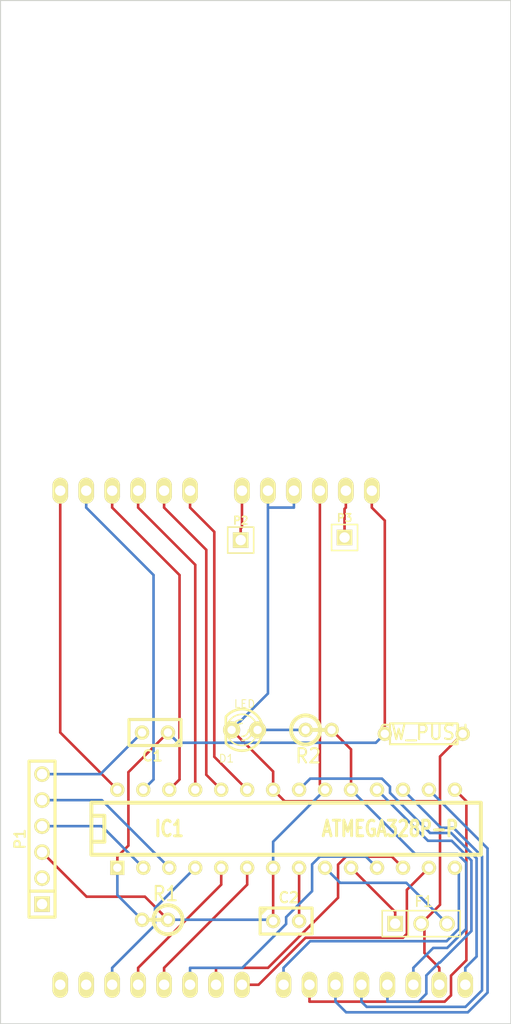
<source format=kicad_pcb>
(kicad_pcb (version 3) (host pcbnew "(2013-mar-13)-testing")

  (general
    (links 44)
    (no_connects 0)
    (area 128.346999 59.766999 178.358001 159.816001)
    (thickness 1.6)
    (drawings 5)
    (tracks 169)
    (zones 0)
    (modules 12)
    (nets 36)
  )

  (page A4)
  (layers
    (15 F.Cu signal)
    (0 B.Cu signal)
    (16 B.Adhes user)
    (17 F.Adhes user)
    (18 B.Paste user)
    (19 F.Paste user)
    (20 B.SilkS user)
    (21 F.SilkS user)
    (22 B.Mask user)
    (23 F.Mask user)
    (24 Dwgs.User user)
    (25 Cmts.User user)
    (26 Eco1.User user)
    (27 Eco2.User user)
    (28 Edge.Cuts user)
  )

  (setup
    (last_trace_width 0.254)
    (trace_clearance 0.254)
    (zone_clearance 0.508)
    (zone_45_only no)
    (trace_min 0.254)
    (segment_width 0.2)
    (edge_width 0.1)
    (via_size 0.889)
    (via_drill 0.635)
    (via_min_size 0.889)
    (via_min_drill 0.508)
    (uvia_size 0.508)
    (uvia_drill 0.127)
    (uvias_allowed no)
    (uvia_min_size 0.508)
    (uvia_min_drill 0.127)
    (pcb_text_width 0.3)
    (pcb_text_size 1.5 1.5)
    (mod_edge_width 0.15)
    (mod_text_size 1 1)
    (mod_text_width 0.15)
    (pad_size 1.5 1.5)
    (pad_drill 0.6)
    (pad_to_mask_clearance 0)
    (aux_axis_origin 0 0)
    (visible_elements 7FFFFFFF)
    (pcbplotparams
      (layerselection 3178497)
      (usegerberextensions true)
      (excludeedgelayer true)
      (linewidth 0.150000)
      (plotframeref false)
      (viasonmask false)
      (mode 1)
      (useauxorigin false)
      (hpglpennumber 1)
      (hpglpenspeed 20)
      (hpglpendiameter 15)
      (hpglpenoverlay 2)
      (psnegative false)
      (psa4output false)
      (plotreference true)
      (plotvalue true)
      (plotothertext true)
      (plotinvisibletext false)
      (padsonsilk false)
      (subtractmaskfromsilk false)
      (outputformat 1)
      (mirror false)
      (drillshape 0)
      (scaleselection 1)
      (outputdirectory ""))
  )

  (net 0 "")
  (net 1 A0)
  (net 2 A1)
  (net 3 A2)
  (net 4 A3)
  (net 5 A4)
  (net 6 A5)
  (net 7 AREF)
  (net 8 D0)
  (net 9 D1)
  (net 10 D10)
  (net 11 D11)
  (net 12 D12)
  (net 13 D13)
  (net 14 D2)
  (net 15 D3)
  (net 16 D4)
  (net 17 D5)
  (net 18 D6)
  (net 19 D7)
  (net 20 D8)
  (net 21 D9)
  (net 22 GND)
  (net 23 N-0000020)
  (net 24 N-0000026)
  (net 25 N-0000027)
  (net 26 N-0000028)
  (net 27 N-0000029)
  (net 28 N-0000030)
  (net 29 N-0000031)
  (net 30 N-0000032)
  (net 31 N-0000035)
  (net 32 RESET)
  (net 33 RXD)
  (net 34 TXD)
  (net 35 VCC)

  (net_class Default "This is the default net class."
    (clearance 0.254)
    (trace_width 0.254)
    (via_dia 0.889)
    (via_drill 0.635)
    (uvia_dia 0.508)
    (uvia_drill 0.127)
    (add_net "")
    (add_net A0)
    (add_net A1)
    (add_net A2)
    (add_net A3)
    (add_net A4)
    (add_net A5)
    (add_net AREF)
    (add_net D0)
    (add_net D1)
    (add_net D10)
    (add_net D11)
    (add_net D12)
    (add_net D13)
    (add_net D2)
    (add_net D3)
    (add_net D4)
    (add_net D5)
    (add_net D6)
    (add_net D7)
    (add_net D8)
    (add_net D9)
    (add_net GND)
    (add_net N-0000020)
    (add_net N-0000026)
    (add_net N-0000027)
    (add_net N-0000028)
    (add_net N-0000029)
    (add_net N-0000030)
    (add_net N-0000031)
    (add_net N-0000032)
    (add_net N-0000035)
    (add_net RESET)
    (add_net RXD)
    (add_net TXD)
    (add_net VCC)
  )

  (module C1 (layer F.Cu) (tedit 3F92C496) (tstamp 52327247)
    (at 143.51 131.318 180)
    (descr "Condensateur e = 1 pas")
    (tags C)
    (path /52326A71)
    (fp_text reference C1 (at 0.254 -2.286 180) (layer F.SilkS)
      (effects (font (size 1.016 1.016) (thickness 0.2032)))
    )
    (fp_text value 0.1uF (at 0 -2.286 180) (layer F.SilkS) hide
      (effects (font (size 1.016 1.016) (thickness 0.2032)))
    )
    (fp_line (start -2.4892 -1.27) (end 2.54 -1.27) (layer F.SilkS) (width 0.3048))
    (fp_line (start 2.54 -1.27) (end 2.54 1.27) (layer F.SilkS) (width 0.3048))
    (fp_line (start 2.54 1.27) (end -2.54 1.27) (layer F.SilkS) (width 0.3048))
    (fp_line (start -2.54 1.27) (end -2.54 -1.27) (layer F.SilkS) (width 0.3048))
    (fp_line (start -2.54 -0.635) (end -1.905 -1.27) (layer F.SilkS) (width 0.3048))
    (pad 1 thru_hole circle (at -1.27 0 180) (size 1.397 1.397) (drill 0.8128)
      (layers *.Cu *.Mask F.SilkS)
      (net 32 RESET)
    )
    (pad 2 thru_hole circle (at 1.27 0 180) (size 1.397 1.397) (drill 0.8128)
      (layers *.Cu *.Mask F.SilkS)
      (net 31 N-0000035)
    )
    (model discret/capa_1_pas.wrl
      (at (xyz 0 0 0))
      (scale (xyz 1 1 1))
      (rotate (xyz 0 0 0))
    )
  )

  (module C1 (layer F.Cu) (tedit 3F92C496) (tstamp 52327252)
    (at 156.337 149.733)
    (descr "Condensateur e = 1 pas")
    (tags C)
    (path /5232698A)
    (fp_text reference C2 (at 0.254 -2.286) (layer F.SilkS)
      (effects (font (size 1.016 1.016) (thickness 0.2032)))
    )
    (fp_text value 0.1uF (at 0 -2.286) (layer F.SilkS) hide
      (effects (font (size 1.016 1.016) (thickness 0.2032)))
    )
    (fp_line (start -2.4892 -1.27) (end 2.54 -1.27) (layer F.SilkS) (width 0.3048))
    (fp_line (start 2.54 -1.27) (end 2.54 1.27) (layer F.SilkS) (width 0.3048))
    (fp_line (start 2.54 1.27) (end -2.54 1.27) (layer F.SilkS) (width 0.3048))
    (fp_line (start -2.54 1.27) (end -2.54 -1.27) (layer F.SilkS) (width 0.3048))
    (fp_line (start -2.54 -0.635) (end -1.905 -1.27) (layer F.SilkS) (width 0.3048))
    (pad 1 thru_hole circle (at -1.27 0) (size 1.397 1.397) (drill 0.8128)
      (layers *.Cu *.Mask F.SilkS)
      (net 35 VCC)
    )
    (pad 2 thru_hole circle (at 1.27 0) (size 1.397 1.397) (drill 0.8128)
      (layers *.Cu *.Mask F.SilkS)
      (net 30 N-0000032)
    )
    (model discret/capa_1_pas.wrl
      (at (xyz 0 0 0))
      (scale (xyz 1 1 1))
      (rotate (xyz 0 0 0))
    )
  )

  (module LED-3MM (layer F.Cu) (tedit 50ADE848) (tstamp 5232726B)
    (at 152.273 131.064 180)
    (descr "LED 3mm - Lead pitch 100mil (2,54mm)")
    (tags "LED led 3mm 3MM 100mil 2,54mm")
    (path /52326748)
    (fp_text reference D1 (at 1.778 -2.794 180) (layer F.SilkS)
      (effects (font (size 0.762 0.762) (thickness 0.0889)))
    )
    (fp_text value LED (at 0 2.54 180) (layer F.SilkS)
      (effects (font (size 0.762 0.762) (thickness 0.0889)))
    )
    (fp_line (start 1.8288 1.27) (end 1.8288 -1.27) (layer F.SilkS) (width 0.254))
    (fp_arc (start 0.254 0) (end -1.27 0) (angle 39.8) (layer F.SilkS) (width 0.1524))
    (fp_arc (start 0.254 0) (end -0.88392 1.01092) (angle 41.6) (layer F.SilkS) (width 0.1524))
    (fp_arc (start 0.254 0) (end 1.4097 -0.9906) (angle 40.6) (layer F.SilkS) (width 0.1524))
    (fp_arc (start 0.254 0) (end 1.778 0) (angle 39.8) (layer F.SilkS) (width 0.1524))
    (fp_arc (start 0.254 0) (end 0.254 -1.524) (angle 54.4) (layer F.SilkS) (width 0.1524))
    (fp_arc (start 0.254 0) (end -0.9652 -0.9144) (angle 53.1) (layer F.SilkS) (width 0.1524))
    (fp_arc (start 0.254 0) (end 1.45542 0.93472) (angle 52.1) (layer F.SilkS) (width 0.1524))
    (fp_arc (start 0.254 0) (end 0.254 1.524) (angle 52.1) (layer F.SilkS) (width 0.1524))
    (fp_arc (start 0.254 0) (end -0.381 0) (angle 90) (layer F.SilkS) (width 0.1524))
    (fp_arc (start 0.254 0) (end -0.762 0) (angle 90) (layer F.SilkS) (width 0.1524))
    (fp_arc (start 0.254 0) (end 0.889 0) (angle 90) (layer F.SilkS) (width 0.1524))
    (fp_arc (start 0.254 0) (end 1.27 0) (angle 90) (layer F.SilkS) (width 0.1524))
    (fp_arc (start 0.254 0) (end 0.254 -2.032) (angle 50.1) (layer F.SilkS) (width 0.254))
    (fp_arc (start 0.254 0) (end -1.5367 -0.95504) (angle 61.9) (layer F.SilkS) (width 0.254))
    (fp_arc (start 0.254 0) (end 1.8034 1.31064) (angle 49.7) (layer F.SilkS) (width 0.254))
    (fp_arc (start 0.254 0) (end 0.254 2.032) (angle 60.2) (layer F.SilkS) (width 0.254))
    (fp_arc (start 0.254 0) (end -1.778 0) (angle 28.3) (layer F.SilkS) (width 0.254))
    (fp_arc (start 0.254 0) (end -1.47574 1.06426) (angle 31.6) (layer F.SilkS) (width 0.254))
    (pad 1 thru_hole circle (at -1.27 0 180) (size 1.6764 1.6764) (drill 0.8128)
      (layers *.Cu *.Mask F.SilkS)
      (net 29 N-0000031)
    )
    (pad 2 thru_hole circle (at 1.27 0 180) (size 1.6764 1.6764) (drill 0.8128)
      (layers *.Cu *.Mask F.SilkS)
      (net 22 GND)
    )
    (model discret/leds/led3_vertical_verde.wrl
      (at (xyz 0 0 0))
      (scale (xyz 1 1 1))
      (rotate (xyz 0 0 0))
    )
  )

  (module DIP-28__300 (layer F.Cu) (tedit 200000) (tstamp 5232729D)
    (at 156.337 140.716)
    (descr "28 pins DIL package, round pads, width 300mil")
    (tags DIL)
    (path /52326690)
    (fp_text reference IC1 (at -11.43 0) (layer F.SilkS)
      (effects (font (size 1.524 1.143) (thickness 0.3048)))
    )
    (fp_text value ATMEGA328P-P (at 10.16 0) (layer F.SilkS)
      (effects (font (size 1.524 1.143) (thickness 0.3048)))
    )
    (fp_line (start -19.05 -2.54) (end 19.05 -2.54) (layer F.SilkS) (width 0.381))
    (fp_line (start 19.05 -2.54) (end 19.05 2.54) (layer F.SilkS) (width 0.381))
    (fp_line (start 19.05 2.54) (end -19.05 2.54) (layer F.SilkS) (width 0.381))
    (fp_line (start -19.05 2.54) (end -19.05 -2.54) (layer F.SilkS) (width 0.381))
    (fp_line (start -19.05 -1.27) (end -17.78 -1.27) (layer F.SilkS) (width 0.381))
    (fp_line (start -17.78 -1.27) (end -17.78 1.27) (layer F.SilkS) (width 0.381))
    (fp_line (start -17.78 1.27) (end -19.05 1.27) (layer F.SilkS) (width 0.381))
    (pad 2 thru_hole circle (at -13.97 3.81) (size 1.397 1.397) (drill 0.8128)
      (layers *.Cu *.Mask F.SilkS)
      (net 33 RXD)
    )
    (pad 3 thru_hole circle (at -11.43 3.81) (size 1.397 1.397) (drill 0.8128)
      (layers *.Cu *.Mask F.SilkS)
      (net 34 TXD)
    )
    (pad 4 thru_hole circle (at -8.89 3.81) (size 1.397 1.397) (drill 0.8128)
      (layers *.Cu *.Mask F.SilkS)
      (net 14 D2)
    )
    (pad 5 thru_hole circle (at -6.35 3.81) (size 1.397 1.397) (drill 0.8128)
      (layers *.Cu *.Mask F.SilkS)
      (net 15 D3)
    )
    (pad 6 thru_hole circle (at -3.81 3.81) (size 1.397 1.397) (drill 0.8128)
      (layers *.Cu *.Mask F.SilkS)
      (net 16 D4)
    )
    (pad 7 thru_hole circle (at -1.27 3.81) (size 1.397 1.397) (drill 0.8128)
      (layers *.Cu *.Mask F.SilkS)
      (net 35 VCC)
    )
    (pad 8 thru_hole circle (at 1.27 3.81) (size 1.397 1.397) (drill 0.8128)
      (layers *.Cu *.Mask F.SilkS)
      (net 30 N-0000032)
    )
    (pad 9 thru_hole circle (at 3.81 3.81) (size 1.397 1.397) (drill 0.8128)
      (layers *.Cu *.Mask F.SilkS)
      (net 28 N-0000030)
    )
    (pad 10 thru_hole circle (at 6.35 3.81) (size 1.397 1.397) (drill 0.8128)
      (layers *.Cu *.Mask F.SilkS)
      (net 25 N-0000027)
    )
    (pad 11 thru_hole circle (at 8.89 3.81) (size 1.397 1.397) (drill 0.8128)
      (layers *.Cu *.Mask F.SilkS)
      (net 17 D5)
    )
    (pad 12 thru_hole circle (at 11.43 3.81) (size 1.397 1.397) (drill 0.8128)
      (layers *.Cu *.Mask F.SilkS)
      (net 18 D6)
    )
    (pad 13 thru_hole circle (at 13.97 3.81) (size 1.397 1.397) (drill 0.8128)
      (layers *.Cu *.Mask F.SilkS)
      (net 19 D7)
    )
    (pad 14 thru_hole circle (at 16.51 3.81) (size 1.397 1.397) (drill 0.8128)
      (layers *.Cu *.Mask F.SilkS)
      (net 20 D8)
    )
    (pad 1 thru_hole rect (at -16.51 3.81) (size 1.397 1.397) (drill 0.8128)
      (layers *.Cu *.Mask F.SilkS)
      (net 32 RESET)
    )
    (pad 15 thru_hole circle (at 16.51 -3.81) (size 1.397 1.397) (drill 0.8128)
      (layers *.Cu *.Mask F.SilkS)
      (net 21 D9)
    )
    (pad 16 thru_hole circle (at 13.97 -3.81) (size 1.397 1.397) (drill 0.8128)
      (layers *.Cu *.Mask F.SilkS)
      (net 10 D10)
    )
    (pad 17 thru_hole circle (at 11.43 -3.81) (size 1.397 1.397) (drill 0.8128)
      (layers *.Cu *.Mask F.SilkS)
      (net 11 D11)
    )
    (pad 18 thru_hole circle (at 8.89 -3.81) (size 1.397 1.397) (drill 0.8128)
      (layers *.Cu *.Mask F.SilkS)
      (net 12 D12)
    )
    (pad 19 thru_hole circle (at 6.35 -3.81) (size 1.397 1.397) (drill 0.8128)
      (layers *.Cu *.Mask F.SilkS)
      (net 13 D13)
    )
    (pad 20 thru_hole circle (at 3.81 -3.81) (size 1.397 1.397) (drill 0.8128)
      (layers *.Cu *.Mask F.SilkS)
      (net 35 VCC)
    )
    (pad 21 thru_hole circle (at 1.27 -3.81) (size 1.397 1.397) (drill 0.8128)
      (layers *.Cu *.Mask F.SilkS)
      (net 7 AREF)
    )
    (pad 22 thru_hole circle (at -1.27 -3.81) (size 1.397 1.397) (drill 0.8128)
      (layers *.Cu *.Mask F.SilkS)
      (net 22 GND)
    )
    (pad 23 thru_hole circle (at -3.81 -3.81) (size 1.397 1.397) (drill 0.8128)
      (layers *.Cu *.Mask F.SilkS)
      (net 1 A0)
    )
    (pad 24 thru_hole circle (at -6.35 -3.81) (size 1.397 1.397) (drill 0.8128)
      (layers *.Cu *.Mask F.SilkS)
      (net 2 A1)
    )
    (pad 25 thru_hole circle (at -8.89 -3.81) (size 1.397 1.397) (drill 0.8128)
      (layers *.Cu *.Mask F.SilkS)
      (net 3 A2)
    )
    (pad 26 thru_hole circle (at -11.43 -3.81) (size 1.397 1.397) (drill 0.8128)
      (layers *.Cu *.Mask F.SilkS)
      (net 4 A3)
    )
    (pad 27 thru_hole circle (at -13.97 -3.81) (size 1.397 1.397) (drill 0.8128)
      (layers *.Cu *.Mask F.SilkS)
      (net 5 A4)
    )
    (pad 28 thru_hole circle (at -16.51 -3.81) (size 1.397 1.397) (drill 0.8128)
      (layers *.Cu *.Mask F.SilkS)
      (net 6 A5)
    )
    (model dil/dil_28-w300.wrl
      (at (xyz 0 0 0))
      (scale (xyz 1 1 1))
      (rotate (xyz 0 0 0))
    )
  )

  (module PIN_ARRAY-6X1 (layer F.Cu) (tedit 41402119) (tstamp 523272AC)
    (at 132.461 141.732 90)
    (descr "Connecteur 6 pins")
    (tags "CONN DEV")
    (path /523267D8)
    (fp_text reference P1 (at 0 -2.159 90) (layer F.SilkS)
      (effects (font (size 1.016 1.016) (thickness 0.2032)))
    )
    (fp_text value CONN_6 (at 0 2.159 90) (layer F.SilkS) hide
      (effects (font (size 1.016 0.889) (thickness 0.2032)))
    )
    (fp_line (start -7.62 1.27) (end -7.62 -1.27) (layer F.SilkS) (width 0.3048))
    (fp_line (start -7.62 -1.27) (end 7.62 -1.27) (layer F.SilkS) (width 0.3048))
    (fp_line (start 7.62 -1.27) (end 7.62 1.27) (layer F.SilkS) (width 0.3048))
    (fp_line (start 7.62 1.27) (end -7.62 1.27) (layer F.SilkS) (width 0.3048))
    (fp_line (start -5.08 1.27) (end -5.08 -1.27) (layer F.SilkS) (width 0.3048))
    (pad 1 thru_hole rect (at -6.35 0 90) (size 1.524 1.524) (drill 1.016)
      (layers *.Cu *.Mask F.SilkS)
      (net 26 N-0000028)
    )
    (pad 2 thru_hole circle (at -3.81 0 90) (size 1.524 1.524) (drill 1.016)
      (layers *.Cu *.Mask F.SilkS)
      (net 27 N-0000029)
    )
    (pad 3 thru_hole circle (at -1.27 0 90) (size 1.524 1.524) (drill 1.016)
      (layers *.Cu *.Mask F.SilkS)
      (net 35 VCC)
    )
    (pad 4 thru_hole circle (at 1.27 0 90) (size 1.524 1.524) (drill 1.016)
      (layers *.Cu *.Mask F.SilkS)
      (net 33 RXD)
    )
    (pad 5 thru_hole circle (at 3.81 0 90) (size 1.524 1.524) (drill 1.016)
      (layers *.Cu *.Mask F.SilkS)
      (net 34 TXD)
    )
    (pad 6 thru_hole circle (at 6.35 0 90) (size 1.524 1.524) (drill 1.016)
      (layers *.Cu *.Mask F.SilkS)
      (net 31 N-0000035)
    )
    (model pin_array/pins_array_6x1.wrl
      (at (xyz 0 0 0))
      (scale (xyz 1 1 1))
      (rotate (xyz 0 0 0))
    )
  )

  (module R1 (layer F.Cu) (tedit 200000) (tstamp 523272B4)
    (at 143.51 149.606 180)
    (descr "Resistance verticale")
    (tags R)
    (path /52326A1B)
    (autoplace_cost90 10)
    (autoplace_cost180 10)
    (fp_text reference R1 (at -1.016 2.54 180) (layer F.SilkS)
      (effects (font (size 1.397 1.27) (thickness 0.2032)))
    )
    (fp_text value 10K (at -1.143 2.54 180) (layer F.SilkS) hide
      (effects (font (size 1.397 1.27) (thickness 0.2032)))
    )
    (fp_line (start -1.27 0) (end 1.27 0) (layer F.SilkS) (width 0.381))
    (fp_circle (center -1.27 0) (end -0.635 1.27) (layer F.SilkS) (width 0.381))
    (pad 1 thru_hole circle (at -1.27 0 180) (size 1.397 1.397) (drill 0.8128)
      (layers *.Cu *.Mask F.SilkS)
      (net 35 VCC)
    )
    (pad 2 thru_hole circle (at 1.27 0 180) (size 1.397 1.397) (drill 0.8128)
      (layers *.Cu *.Mask F.SilkS)
      (net 32 RESET)
    )
    (model discret/verti_resistor.wrl
      (at (xyz 0 0 0))
      (scale (xyz 1 1 1))
      (rotate (xyz 0 0 0))
    )
  )

  (module R1 (layer F.Cu) (tedit 200000) (tstamp 52327347)
    (at 159.512 131.064)
    (descr "Resistance verticale")
    (tags R)
    (path /523268BF)
    (autoplace_cost90 10)
    (autoplace_cost180 10)
    (fp_text reference R2 (at -1.016 2.54) (layer F.SilkS)
      (effects (font (size 1.397 1.27) (thickness 0.2032)))
    )
    (fp_text value 470R (at -1.143 2.54) (layer F.SilkS) hide
      (effects (font (size 1.397 1.27) (thickness 0.2032)))
    )
    (fp_line (start -1.27 0) (end 1.27 0) (layer F.SilkS) (width 0.381))
    (fp_circle (center -1.27 0) (end -0.635 1.27) (layer F.SilkS) (width 0.381))
    (pad 1 thru_hole circle (at -1.27 0) (size 1.397 1.397) (drill 0.8128)
      (layers *.Cu *.Mask F.SilkS)
      (net 29 N-0000031)
    )
    (pad 2 thru_hole circle (at 1.27 0) (size 1.397 1.397) (drill 0.8128)
      (layers *.Cu *.Mask F.SilkS)
      (net 13 D13)
    )
    (model discret/verti_resistor.wrl
      (at (xyz 0 0 0))
      (scale (xyz 1 1 1))
      (rotate (xyz 0 0 0))
    )
  )

  (module PIN_ARRAY_3X1 (layer F.Cu) (tedit 4C1130E0) (tstamp 523273D7)
    (at 169.545 149.987)
    (descr "Connecteur 3 pins")
    (tags "CONN DEV")
    (path /5232681E)
    (fp_text reference F1 (at 0.254 -2.159) (layer F.SilkS)
      (effects (font (size 1.016 1.016) (thickness 0.1524)))
    )
    (fp_text value CERAMIC_FILTER (at 0 -2.159) (layer F.SilkS) hide
      (effects (font (size 1.016 1.016) (thickness 0.1524)))
    )
    (fp_line (start -3.81 1.27) (end -3.81 -1.27) (layer F.SilkS) (width 0.1524))
    (fp_line (start -3.81 -1.27) (end 3.81 -1.27) (layer F.SilkS) (width 0.1524))
    (fp_line (start 3.81 -1.27) (end 3.81 1.27) (layer F.SilkS) (width 0.1524))
    (fp_line (start 3.81 1.27) (end -3.81 1.27) (layer F.SilkS) (width 0.1524))
    (fp_line (start -1.27 -1.27) (end -1.27 1.27) (layer F.SilkS) (width 0.1524))
    (pad 1 thru_hole rect (at -2.54 0) (size 1.524 1.524) (drill 1.016)
      (layers *.Cu *.Mask F.SilkS)
      (net 25 N-0000027)
    )
    (pad 2 thru_hole circle (at 0 0) (size 1.524 1.524) (drill 1.016)
      (layers *.Cu *.Mask F.SilkS)
      (net 22 GND)
    )
    (pad 3 thru_hole circle (at 2.54 0) (size 1.524 1.524) (drill 1.016)
      (layers *.Cu *.Mask F.SilkS)
      (net 28 N-0000030)
    )
    (model pin_array/pins_array_3x1.wrl
      (at (xyz 0 0 0))
      (scale (xyz 1 1 1))
      (rotate (xyz 0 0 0))
    )
  )

  (module R3 (layer F.Cu) (tedit 4E4C0E65) (tstamp 523273E2)
    (at 169.799 131.445 180)
    (descr "Resitance 3 pas")
    (tags R)
    (path /5232676D)
    (autoplace_cost180 10)
    (fp_text reference SW1 (at 0 0.127 180) (layer F.SilkS) hide
      (effects (font (size 1.397 1.27) (thickness 0.2032)))
    )
    (fp_text value SW_PUSH (at 0 0.127 180) (layer F.SilkS)
      (effects (font (size 1.397 1.27) (thickness 0.2032)))
    )
    (fp_line (start -3.81 0) (end -3.302 0) (layer F.SilkS) (width 0.2032))
    (fp_line (start 3.81 0) (end 3.302 0) (layer F.SilkS) (width 0.2032))
    (fp_line (start 3.302 0) (end 3.302 -1.016) (layer F.SilkS) (width 0.2032))
    (fp_line (start 3.302 -1.016) (end -3.302 -1.016) (layer F.SilkS) (width 0.2032))
    (fp_line (start -3.302 -1.016) (end -3.302 1.016) (layer F.SilkS) (width 0.2032))
    (fp_line (start -3.302 1.016) (end 3.302 1.016) (layer F.SilkS) (width 0.2032))
    (fp_line (start 3.302 1.016) (end 3.302 0) (layer F.SilkS) (width 0.2032))
    (fp_line (start -3.302 -0.508) (end -2.794 -1.016) (layer F.SilkS) (width 0.2032))
    (pad 1 thru_hole circle (at -3.81 0 180) (size 1.397 1.397) (drill 0.8128)
      (layers *.Cu *.Mask F.SilkS)
      (net 22 GND)
    )
    (pad 2 thru_hole circle (at 3.81 0 180) (size 1.397 1.397) (drill 0.8128)
      (layers *.Cu *.Mask F.SilkS)
      (net 32 RESET)
    )
    (model discret/resistor.wrl
      (at (xyz 0 0 0))
      (scale (xyz 0.3 0.3 0.3))
      (rotate (xyz 0 0 0))
    )
  )

  (module PIN_ARRAY_1 (layer F.Cu) (tedit 4E4E744E) (tstamp 52327EC1)
    (at 151.892 112.522)
    (descr "1 pin")
    (tags "CONN DEV")
    (path /523289B5)
    (fp_text reference P2 (at 0 -1.905) (layer F.SilkS)
      (effects (font (size 0.762 0.762) (thickness 0.1524)))
    )
    (fp_text value VIN (at 0 -1.905) (layer F.SilkS) hide
      (effects (font (size 0.762 0.762) (thickness 0.1524)))
    )
    (fp_line (start 1.27 1.27) (end -1.27 1.27) (layer F.SilkS) (width 0.1524))
    (fp_line (start -1.27 -1.27) (end 1.27 -1.27) (layer F.SilkS) (width 0.1524))
    (fp_line (start -1.27 1.27) (end -1.27 -1.27) (layer F.SilkS) (width 0.1524))
    (fp_line (start 1.27 -1.27) (end 1.27 1.27) (layer F.SilkS) (width 0.1524))
    (pad 1 thru_hole rect (at 0 0) (size 1.524 1.524) (drill 1.016)
      (layers *.Cu *.Mask F.SilkS)
      (net 23 N-0000020)
    )
    (model pin_array\pin_1.wrl
      (at (xyz 0 0 0))
      (scale (xyz 1 1 1))
      (rotate (xyz 0 0 0))
    )
  )

  (module PIN_ARRAY_1 (layer F.Cu) (tedit 4E4E744E) (tstamp 52327ECA)
    (at 162.052 112.268)
    (descr "1 pin")
    (tags "CONN DEV")
    (path /52328951)
    (fp_text reference P3 (at 0 -1.905) (layer F.SilkS)
      (effects (font (size 0.762 0.762) (thickness 0.1524)))
    )
    (fp_text value 3V3 (at 0 -1.905) (layer F.SilkS) hide
      (effects (font (size 0.762 0.762) (thickness 0.1524)))
    )
    (fp_line (start 1.27 1.27) (end -1.27 1.27) (layer F.SilkS) (width 0.1524))
    (fp_line (start -1.27 -1.27) (end 1.27 -1.27) (layer F.SilkS) (width 0.1524))
    (fp_line (start -1.27 1.27) (end -1.27 -1.27) (layer F.SilkS) (width 0.1524))
    (fp_line (start 1.27 -1.27) (end 1.27 1.27) (layer F.SilkS) (width 0.1524))
    (pad 1 thru_hole rect (at 0 0) (size 1.524 1.524) (drill 1.016)
      (layers *.Cu *.Mask F.SilkS)
      (net 24 N-0000026)
    )
    (model pin_array\pin_1.wrl
      (at (xyz 0 0 0))
      (scale (xyz 1 1 1))
      (rotate (xyz 0 0 0))
    )
  )

  (module ARDUINO_SHIELD_3 (layer F.Cu) (tedit 52328102) (tstamp 5232816C)
    (at 174.879 106.426 180)
    (path /52327808)
    (fp_text reference SHIELD1 (at 26.67 -45.72 180) (layer F.SilkS) hide
      (effects (font (thickness 0.3048)))
    )
    (fp_text value ARDUINO_SHIELD (at 10.16 -45.72 180) (layer F.SilkS) hide
      (effects (font (thickness 0.3048)))
    )
    (pad AD5 thru_hole oval (at 40.64 -1.27 270) (size 2.54 1.524) (drill 1.016)
      (layers *.Cu *.Mask F.SilkS)
      (net 6 A5)
    )
    (pad AD4 thru_hole oval (at 38.1 -1.27 270) (size 2.54 1.524) (drill 1.016)
      (layers *.Cu *.Mask F.SilkS)
      (net 5 A4)
    )
    (pad AD3 thru_hole oval (at 35.56 -1.27 270) (size 2.54 1.524) (drill 1.016)
      (layers *.Cu *.Mask F.SilkS)
      (net 4 A3)
    )
    (pad AD0 thru_hole oval (at 27.94 -1.27 270) (size 2.54 1.524) (drill 1.016)
      (layers *.Cu *.Mask F.SilkS)
      (net 1 A0)
    )
    (pad AD1 thru_hole oval (at 30.48 -1.27 270) (size 2.54 1.524) (drill 1.016)
      (layers *.Cu *.Mask F.SilkS)
      (net 2 A1)
    )
    (pad AD2 thru_hole oval (at 33.02 -1.27 270) (size 2.54 1.524) (drill 1.016)
      (layers *.Cu *.Mask F.SilkS)
      (net 3 A2)
    )
    (pad V_IN thru_hole oval (at 22.86 -1.27 270) (size 2.54 1.524) (drill 1.016)
      (layers *.Cu *.Mask F.SilkS)
      (net 23 N-0000020)
    )
    (pad GND2 thru_hole oval (at 20.32 -1.27 270) (size 2.54 1.524) (drill 1.016)
      (layers *.Cu *.Mask F.SilkS)
      (net 22 GND)
    )
    (pad GND1 thru_hole oval (at 17.78 -1.27 270) (size 2.54 1.524) (drill 1.016)
      (layers *.Cu *.Mask F.SilkS)
      (net 22 GND)
    )
    (pad 3V3 thru_hole oval (at 12.7 -1.27 270) (size 2.54 1.524) (drill 1.016)
      (layers *.Cu *.Mask F.SilkS)
      (net 24 N-0000026)
    )
    (pad RST thru_hole oval (at 10.16 -1.27 270) (size 2.54 1.524) (drill 1.016)
      (layers *.Cu *.Mask F.SilkS)
      (net 32 RESET)
    )
    (pad 0 thru_hole oval (at 40.64 -49.53 270) (size 2.54 1.524) (drill 1.016)
      (layers *.Cu *.Mask F.SilkS)
      (net 8 D0)
    )
    (pad 1 thru_hole oval (at 38.1 -49.53 270) (size 2.54 1.524) (drill 1.016)
      (layers *.Cu *.Mask F.SilkS)
      (net 9 D1)
    )
    (pad 2 thru_hole oval (at 35.56 -49.53 270) (size 2.54 1.524) (drill 1.016)
      (layers *.Cu *.Mask F.SilkS)
      (net 14 D2)
    )
    (pad 3 thru_hole oval (at 33.02 -49.53 270) (size 2.54 1.524) (drill 1.016)
      (layers *.Cu *.Mask F.SilkS)
      (net 15 D3)
    )
    (pad 4 thru_hole oval (at 30.48 -49.53 270) (size 2.54 1.524) (drill 1.016)
      (layers *.Cu *.Mask F.SilkS)
      (net 16 D4)
    )
    (pad 5 thru_hole oval (at 27.94 -49.53 270) (size 2.54 1.524) (drill 1.016)
      (layers *.Cu *.Mask F.SilkS)
      (net 17 D5)
    )
    (pad 6 thru_hole oval (at 25.4 -49.53 270) (size 2.54 1.524) (drill 1.016)
      (layers *.Cu *.Mask F.SilkS)
      (net 18 D6)
    )
    (pad 7 thru_hole oval (at 22.86 -49.53 270) (size 2.54 1.524) (drill 1.016)
      (layers *.Cu *.Mask F.SilkS)
      (net 19 D7)
    )
    (pad 8 thru_hole oval (at 18.796 -49.53 270) (size 2.54 1.524) (drill 1.016)
      (layers *.Cu *.Mask F.SilkS)
      (net 20 D8)
    )
    (pad 9 thru_hole oval (at 16.256 -49.53 270) (size 2.54 1.524) (drill 1.016)
      (layers *.Cu *.Mask F.SilkS)
      (net 21 D9)
    )
    (pad 10 thru_hole oval (at 13.716 -49.53 270) (size 2.54 1.524) (drill 1.016)
      (layers *.Cu *.Mask F.SilkS)
      (net 10 D10)
    )
    (pad 11 thru_hole oval (at 11.176 -49.53 270) (size 2.54 1.524) (drill 1.016)
      (layers *.Cu *.Mask F.SilkS)
      (net 11 D11)
    )
    (pad 12 thru_hole oval (at 8.636 -49.53 270) (size 2.54 1.524) (drill 1.016)
      (layers *.Cu *.Mask F.SilkS)
      (net 12 D12)
    )
    (pad 13 thru_hole oval (at 6.096 -49.53 270) (size 2.54 1.524) (drill 1.016)
      (layers *.Cu *.Mask F.SilkS)
      (net 13 D13)
    )
    (pad GND3 thru_hole oval (at 3.556 -49.53 270) (size 2.54 1.524) (drill 1.016)
      (layers *.Cu *.Mask F.SilkS)
      (net 22 GND)
    )
    (pad AREF thru_hole oval (at 1.016 -49.53 270) (size 2.54 1.524) (drill 1.016)
      (layers *.Cu *.Mask F.SilkS)
      (net 7 AREF)
    )
    (pad 5V thru_hole oval (at 15.24 -1.27 270) (size 2.54 1.524) (drill 1.016)
      (layers *.Cu *.Mask F.SilkS)
      (net 35 VCC)
    )
  )

  (gr_line (start 178.308 159.766) (end 128.397 159.766) (angle 90) (layer Edge.Cuts) (width 0.1))
  (gr_line (start 178.308 59.817) (end 178.308 159.766) (angle 90) (layer Edge.Cuts) (width 0.1))
  (gr_line (start 128.397 59.817) (end 178.308 59.817) (angle 90) (layer Edge.Cuts) (width 0.1))
  (gr_line (start 128.397 121.158) (end 128.397 159.766) (angle 90) (layer Edge.Cuts) (width 0.1))
  (gr_line (start 128.397 59.817) (end 128.397 121.158) (angle 90) (layer Edge.Cuts) (width 0.1))

  (segment (start 149.3109 133.6899) (end 152.527 136.906) (width 0.254) (layer F.Cu) (net 1))
  (segment (start 149.3109 111.7192) (end 149.3109 133.6899) (width 0.254) (layer F.Cu) (net 1))
  (segment (start 146.939 109.3473) (end 149.3109 111.7192) (width 0.254) (layer F.Cu) (net 1))
  (segment (start 146.939 107.696) (end 146.939 109.3473) (width 0.254) (layer F.Cu) (net 1))
  (segment (start 148.5269 135.4459) (end 149.987 136.906) (width 0.254) (layer F.Cu) (net 2))
  (segment (start 148.5269 113.4752) (end 148.5269 135.4459) (width 0.254) (layer F.Cu) (net 2))
  (segment (start 144.399 109.3473) (end 148.5269 113.4752) (width 0.254) (layer F.Cu) (net 2))
  (segment (start 144.399 107.696) (end 144.399 109.3473) (width 0.254) (layer F.Cu) (net 2))
  (segment (start 147.447 114.9353) (end 147.447 136.906) (width 0.254) (layer F.Cu) (net 3))
  (segment (start 141.859 109.3473) (end 147.447 114.9353) (width 0.254) (layer F.Cu) (net 3))
  (segment (start 141.859 107.696) (end 141.859 109.3473) (width 0.254) (layer F.Cu) (net 3))
  (segment (start 139.319 107.696) (end 139.319 109.3473) (width 0.254) (layer F.Cu) (net 4))
  (segment (start 145.9108 135.9022) (end 144.907 136.906) (width 0.254) (layer F.Cu) (net 4))
  (segment (start 145.9108 115.9391) (end 145.9108 135.9022) (width 0.254) (layer F.Cu) (net 4))
  (segment (start 139.319 109.3473) (end 145.9108 115.9391) (width 0.254) (layer F.Cu) (net 4))
  (segment (start 143.3671 135.9059) (end 142.367 136.906) (width 0.254) (layer B.Cu) (net 5))
  (segment (start 143.3671 115.9354) (end 143.3671 135.9059) (width 0.254) (layer B.Cu) (net 5))
  (segment (start 136.779 109.3473) (end 143.3671 115.9354) (width 0.254) (layer B.Cu) (net 5))
  (segment (start 136.779 107.696) (end 136.779 109.3473) (width 0.254) (layer B.Cu) (net 5))
  (segment (start 134.239 131.318) (end 139.827 136.906) (width 0.254) (layer F.Cu) (net 6))
  (segment (start 134.239 107.696) (end 134.239 131.318) (width 0.254) (layer F.Cu) (net 6))
  (segment (start 173.863 155.956) (end 173.863 154.3047) (width 0.254) (layer B.Cu) (net 7))
  (segment (start 158.6902 135.8228) (end 157.607 136.906) (width 0.254) (layer B.Cu) (net 7))
  (segment (start 165.7149 135.8228) (end 158.6902 135.8228) (width 0.254) (layer B.Cu) (net 7))
  (segment (start 166.497 136.6049) (end 165.7149 135.8228) (width 0.254) (layer B.Cu) (net 7))
  (segment (start 166.497 137.2107) (end 166.497 136.6049) (width 0.254) (layer B.Cu) (net 7))
  (segment (start 170.419 141.1327) (end 166.497 137.2107) (width 0.254) (layer B.Cu) (net 7))
  (segment (start 172.4898 141.1327) (end 170.419 141.1327) (width 0.254) (layer B.Cu) (net 7))
  (segment (start 174.9689 143.6118) (end 172.4898 141.1327) (width 0.254) (layer B.Cu) (net 7))
  (segment (start 174.9689 153.1988) (end 174.9689 143.6118) (width 0.254) (layer B.Cu) (net 7))
  (segment (start 173.863 154.3047) (end 174.9689 153.1988) (width 0.254) (layer B.Cu) (net 7))
  (segment (start 176.0405 142.6395) (end 170.307 136.906) (width 0.254) (layer B.Cu) (net 10))
  (segment (start 176.0405 156.724) (end 176.0405 142.6395) (width 0.254) (layer B.Cu) (net 10))
  (segment (start 174.1165 158.648) (end 176.0405 156.724) (width 0.254) (layer B.Cu) (net 10))
  (segment (start 162.2037 158.648) (end 174.1165 158.648) (width 0.254) (layer B.Cu) (net 10))
  (segment (start 161.163 157.6073) (end 162.2037 158.648) (width 0.254) (layer B.Cu) (net 10))
  (segment (start 161.163 155.956) (end 161.163 157.6073) (width 0.254) (layer B.Cu) (net 10))
  (segment (start 163.703 155.956) (end 163.703 157.6073) (width 0.254) (layer B.Cu) (net 11))
  (segment (start 171.4853 140.6243) (end 167.767 136.906) (width 0.254) (layer B.Cu) (net 11))
  (segment (start 172.7002 140.6243) (end 171.4853 140.6243) (width 0.254) (layer B.Cu) (net 11))
  (segment (start 175.5013 143.4254) (end 172.7002 140.6243) (width 0.254) (layer B.Cu) (net 11))
  (segment (start 175.5013 156.4999) (end 175.5013 143.4254) (width 0.254) (layer B.Cu) (net 11))
  (segment (start 173.8856 158.1156) (end 175.5013 156.4999) (width 0.254) (layer B.Cu) (net 11))
  (segment (start 164.2113 158.1156) (end 173.8856 158.1156) (width 0.254) (layer B.Cu) (net 11))
  (segment (start 163.703 157.6073) (end 164.2113 158.1156) (width 0.254) (layer B.Cu) (net 11))
  (segment (start 169.2815 157.6073) (end 166.243 157.6073) (width 0.254) (layer B.Cu) (net 12))
  (segment (start 170.053 156.8358) (end 169.2815 157.6073) (width 0.254) (layer B.Cu) (net 12))
  (segment (start 170.053 155.0435) (end 170.053 156.8358) (width 0.254) (layer B.Cu) (net 12))
  (segment (start 171.3105 153.786) (end 170.053 155.0435) (width 0.254) (layer B.Cu) (net 12))
  (segment (start 171.386 153.786) (end 171.3105 153.786) (width 0.254) (layer B.Cu) (net 12))
  (segment (start 174.4605 150.7115) (end 171.386 153.786) (width 0.254) (layer B.Cu) (net 12))
  (segment (start 174.4605 143.8224) (end 174.4605 150.7115) (width 0.254) (layer B.Cu) (net 12))
  (segment (start 172.5331 141.895) (end 174.4605 143.8224) (width 0.254) (layer B.Cu) (net 12))
  (segment (start 170.216 141.895) (end 172.5331 141.895) (width 0.254) (layer B.Cu) (net 12))
  (segment (start 165.227 136.906) (end 170.216 141.895) (width 0.254) (layer B.Cu) (net 12))
  (segment (start 166.243 155.956) (end 166.243 157.6073) (width 0.254) (layer B.Cu) (net 12))
  (segment (start 162.687 132.969) (end 162.687 136.906) (width 0.254) (layer F.Cu) (net 13))
  (segment (start 160.782 131.064) (end 162.687 132.969) (width 0.254) (layer F.Cu) (net 13))
  (segment (start 168.783 155.956) (end 168.783 154.3047) (width 0.254) (layer B.Cu) (net 13))
  (segment (start 170.7272 152.3605) (end 168.783 154.3047) (width 0.254) (layer B.Cu) (net 13))
  (segment (start 172.0925 152.3605) (end 170.7272 152.3605) (width 0.254) (layer B.Cu) (net 13))
  (segment (start 173.9455 150.5075) (end 172.0925 152.3605) (width 0.254) (layer B.Cu) (net 13))
  (segment (start 173.9455 144.0262) (end 173.9455 150.5075) (width 0.254) (layer B.Cu) (net 13))
  (segment (start 173.0852 143.1659) (end 173.9455 144.0262) (width 0.254) (layer B.Cu) (net 13))
  (segment (start 168.9469 143.1659) (end 173.0852 143.1659) (width 0.254) (layer B.Cu) (net 13))
  (segment (start 162.687 136.906) (end 168.9469 143.1659) (width 0.254) (layer B.Cu) (net 13))
  (segment (start 143.51 148.463) (end 147.447 144.526) (width 0.254) (layer B.Cu) (net 14))
  (segment (start 143.51 150.1137) (end 143.51 148.463) (width 0.254) (layer B.Cu) (net 14))
  (segment (start 139.319 154.3047) (end 143.51 150.1137) (width 0.254) (layer B.Cu) (net 14))
  (segment (start 139.319 155.956) (end 139.319 154.3047) (width 0.254) (layer B.Cu) (net 14))
  (segment (start 149.987 146.1767) (end 149.987 144.526) (width 0.254) (layer F.Cu) (net 15))
  (segment (start 141.859 154.3047) (end 149.987 146.1767) (width 0.254) (layer F.Cu) (net 15))
  (segment (start 141.859 155.956) (end 141.859 154.3047) (width 0.254) (layer F.Cu) (net 15))
  (segment (start 152.527 146.1767) (end 152.527 144.526) (width 0.254) (layer F.Cu) (net 16))
  (segment (start 144.399 154.3047) (end 152.527 146.1767) (width 0.254) (layer F.Cu) (net 16))
  (segment (start 144.399 155.956) (end 144.399 154.3047) (width 0.254) (layer F.Cu) (net 16))
  (segment (start 164.138 143.437) (end 165.227 144.526) (width 0.254) (layer B.Cu) (net 17))
  (segment (start 159.6368 143.437) (end 164.138 143.437) (width 0.254) (layer B.Cu) (net 17))
  (segment (start 158.877 144.1968) (end 159.6368 143.437) (width 0.254) (layer B.Cu) (net 17))
  (segment (start 158.877 146.8123) (end 158.877 144.1968) (width 0.254) (layer B.Cu) (net 17))
  (segment (start 156.337 149.3523) (end 158.877 146.8123) (width 0.254) (layer B.Cu) (net 17))
  (segment (start 156.337 150.0188) (end 156.337 149.3523) (width 0.254) (layer B.Cu) (net 17))
  (segment (start 152.0511 154.3047) (end 156.337 150.0188) (width 0.254) (layer B.Cu) (net 17))
  (segment (start 146.939 154.3047) (end 152.0511 154.3047) (width 0.254) (layer B.Cu) (net 17))
  (segment (start 146.939 155.956) (end 146.939 154.3047) (width 0.254) (layer B.Cu) (net 17))
  (segment (start 166.6831 143.4421) (end 167.767 144.526) (width 0.254) (layer F.Cu) (net 18))
  (segment (start 162.1941 143.4421) (end 166.6831 143.4421) (width 0.254) (layer F.Cu) (net 18))
  (segment (start 161.417 144.2192) (end 162.1941 143.4421) (width 0.254) (layer F.Cu) (net 18))
  (segment (start 161.417 147.4529) (end 161.417 144.2192) (width 0.254) (layer F.Cu) (net 18))
  (segment (start 154.5652 154.3047) (end 161.417 147.4529) (width 0.254) (layer F.Cu) (net 18))
  (segment (start 149.479 154.3047) (end 154.5652 154.3047) (width 0.254) (layer F.Cu) (net 18))
  (segment (start 149.479 155.956) (end 149.479 154.3047) (width 0.254) (layer F.Cu) (net 18))
  (segment (start 168.1484 146.6846) (end 170.307 144.526) (width 0.254) (layer F.Cu) (net 19))
  (segment (start 168.1484 150.9787) (end 168.1484 146.6846) (width 0.254) (layer F.Cu) (net 19))
  (segment (start 167.7637 151.3634) (end 168.1484 150.9787) (width 0.254) (layer F.Cu) (net 19))
  (segment (start 158.2362 151.3634) (end 167.7637 151.3634) (width 0.254) (layer F.Cu) (net 19))
  (segment (start 153.6436 155.956) (end 158.2362 151.3634) (width 0.254) (layer F.Cu) (net 19))
  (segment (start 152.019 155.956) (end 153.6436 155.956) (width 0.254) (layer F.Cu) (net 19))
  (segment (start 156.083 155.956) (end 156.083 154.3047) (width 0.254) (layer B.Cu) (net 20))
  (segment (start 158.6859 151.7018) (end 156.083 154.3047) (width 0.254) (layer B.Cu) (net 20))
  (segment (start 172.0322 151.7018) (end 158.6859 151.7018) (width 0.254) (layer B.Cu) (net 20))
  (segment (start 173.2343 150.4997) (end 172.0322 151.7018) (width 0.254) (layer B.Cu) (net 20))
  (segment (start 173.2343 144.9133) (end 173.2343 150.4997) (width 0.254) (layer B.Cu) (net 20))
  (segment (start 172.847 144.526) (end 173.2343 144.9133) (width 0.254) (layer B.Cu) (net 20))
  (segment (start 173.9691 138.0281) (end 172.847 136.906) (width 0.254) (layer F.Cu) (net 21))
  (segment (start 173.9691 153.5639) (end 173.9691 138.0281) (width 0.254) (layer F.Cu) (net 21))
  (segment (start 172.4664 155.0666) (end 173.9691 153.5639) (width 0.254) (layer F.Cu) (net 21))
  (segment (start 172.4664 156.9916) (end 172.4664 155.0666) (width 0.254) (layer F.Cu) (net 21))
  (segment (start 171.8507 157.6073) (end 172.4664 156.9916) (width 0.254) (layer F.Cu) (net 21))
  (segment (start 158.623 157.6073) (end 171.8507 157.6073) (width 0.254) (layer F.Cu) (net 21))
  (segment (start 158.623 155.956) (end 158.623 157.6073) (width 0.254) (layer F.Cu) (net 21))
  (segment (start 171.39 133.664) (end 171.39 138.037) (width 0.254) (layer F.Cu) (net 22))
  (segment (start 173.609 131.445) (end 171.39 133.664) (width 0.254) (layer F.Cu) (net 22))
  (segment (start 156.198 138.037) (end 155.067 136.906) (width 0.254) (layer F.Cu) (net 22))
  (segment (start 171.39 138.037) (end 156.198 138.037) (width 0.254) (layer F.Cu) (net 22))
  (segment (start 169.545 149.987) (end 169.8657 149.6663) (width 0.254) (layer F.Cu) (net 22))
  (segment (start 171.39 148.142) (end 171.39 138.037) (width 0.254) (layer F.Cu) (net 22))
  (segment (start 169.8657 149.6663) (end 171.39 148.142) (width 0.254) (layer F.Cu) (net 22))
  (segment (start 169.8657 152.8474) (end 171.323 154.3047) (width 0.254) (layer F.Cu) (net 22))
  (segment (start 169.8657 149.6663) (end 169.8657 152.8474) (width 0.254) (layer F.Cu) (net 22))
  (segment (start 171.323 155.956) (end 171.323 154.3047) (width 0.254) (layer F.Cu) (net 22))
  (segment (start 155.067 135.128) (end 151.003 131.064) (width 0.254) (layer F.Cu) (net 22))
  (segment (start 155.067 136.906) (end 155.067 135.128) (width 0.254) (layer F.Cu) (net 22))
  (segment (start 157.099 109.3473) (end 154.559 109.3473) (width 0.254) (layer B.Cu) (net 22))
  (segment (start 157.099 107.696) (end 157.099 109.3473) (width 0.254) (layer B.Cu) (net 22))
  (segment (start 154.559 107.696) (end 154.559 109.3473) (width 0.254) (layer B.Cu) (net 22))
  (segment (start 154.559 127.508) (end 154.559 109.3473) (width 0.254) (layer B.Cu) (net 22))
  (segment (start 151.003 131.064) (end 154.559 127.508) (width 0.254) (layer B.Cu) (net 22))
  (segment (start 152.019 111.2517) (end 151.892 111.3787) (width 0.254) (layer F.Cu) (net 23))
  (segment (start 152.019 107.696) (end 152.019 111.2517) (width 0.254) (layer F.Cu) (net 23))
  (segment (start 151.892 112.522) (end 151.892 111.3787) (width 0.254) (layer F.Cu) (net 23))
  (segment (start 162.052 109.4743) (end 162.052 112.268) (width 0.254) (layer F.Cu) (net 24))
  (segment (start 162.179 109.3473) (end 162.052 109.4743) (width 0.254) (layer F.Cu) (net 24))
  (segment (start 162.179 107.696) (end 162.179 109.3473) (width 0.254) (layer F.Cu) (net 24))
  (segment (start 167.005 148.844) (end 162.687 144.526) (width 0.254) (layer F.Cu) (net 25))
  (segment (start 167.005 149.987) (end 167.005 148.844) (width 0.254) (layer F.Cu) (net 25))
  (segment (start 161.621 146) (end 160.147 144.526) (width 0.254) (layer B.Cu) (net 28))
  (segment (start 168.098 146) (end 161.621 146) (width 0.254) (layer B.Cu) (net 28))
  (segment (start 172.085 149.987) (end 168.098 146) (width 0.254) (layer B.Cu) (net 28))
  (segment (start 158.242 131.064) (end 153.543 131.064) (width 0.254) (layer B.Cu) (net 29))
  (segment (start 157.607 144.526) (end 157.607 149.733) (width 0.254) (layer F.Cu) (net 30))
  (segment (start 138.176 135.382) (end 142.24 131.318) (width 0.254) (layer B.Cu) (net 31))
  (segment (start 132.461 135.382) (end 138.176 135.382) (width 0.254) (layer B.Cu) (net 31))
  (segment (start 145.78 132.318) (end 144.78 131.318) (width 0.254) (layer B.Cu) (net 32))
  (segment (start 165.116 132.318) (end 145.78 132.318) (width 0.254) (layer B.Cu) (net 32))
  (segment (start 165.989 131.445) (end 165.116 132.318) (width 0.254) (layer B.Cu) (net 32))
  (segment (start 140.907 135.191) (end 144.78 131.318) (width 0.254) (layer F.Cu) (net 32))
  (segment (start 140.907 142.366) (end 140.907 135.191) (width 0.254) (layer F.Cu) (net 32))
  (segment (start 139.827 143.446) (end 140.907 142.366) (width 0.254) (layer F.Cu) (net 32))
  (segment (start 139.827 144.526) (end 139.827 143.446) (width 0.254) (layer F.Cu) (net 32))
  (segment (start 139.827 147.193) (end 142.24 149.606) (width 0.254) (layer B.Cu) (net 32))
  (segment (start 139.827 144.526) (end 139.827 147.193) (width 0.254) (layer B.Cu) (net 32))
  (segment (start 165.989 110.6173) (end 164.719 109.3473) (width 0.254) (layer F.Cu) (net 32))
  (segment (start 165.989 131.445) (end 165.989 110.6173) (width 0.254) (layer F.Cu) (net 32))
  (segment (start 164.719 107.696) (end 164.719 109.3473) (width 0.254) (layer F.Cu) (net 32))
  (segment (start 138.303 140.462) (end 142.367 144.526) (width 0.254) (layer B.Cu) (net 33))
  (segment (start 132.461 140.462) (end 138.303 140.462) (width 0.254) (layer B.Cu) (net 33))
  (segment (start 138.303 137.922) (end 144.907 144.526) (width 0.254) (layer B.Cu) (net 34))
  (segment (start 132.461 137.922) (end 138.303 137.922) (width 0.254) (layer B.Cu) (net 34))
  (segment (start 154.94 149.606) (end 155.067 149.733) (width 0.254) (layer B.Cu) (net 35))
  (segment (start 144.78 149.606) (end 154.94 149.606) (width 0.254) (layer B.Cu) (net 35))
  (segment (start 155.067 141.986) (end 155.067 144.526) (width 0.254) (layer B.Cu) (net 35))
  (segment (start 160.147 136.906) (end 155.067 141.986) (width 0.254) (layer B.Cu) (net 35))
  (segment (start 155.067 144.526) (end 155.067 149.733) (width 0.254) (layer F.Cu) (net 35))
  (segment (start 136.814 147.356) (end 132.461 143.002) (width 0.254) (layer F.Cu) (net 35))
  (segment (start 142.53 147.356) (end 136.814 147.356) (width 0.254) (layer F.Cu) (net 35))
  (segment (start 144.78 149.606) (end 142.53 147.356) (width 0.254) (layer F.Cu) (net 35))
  (segment (start 159.639 136.398) (end 159.639 107.696) (width 0.254) (layer F.Cu) (net 35))
  (segment (start 160.147 136.906) (end 159.639 136.398) (width 0.254) (layer F.Cu) (net 35))

)

</source>
